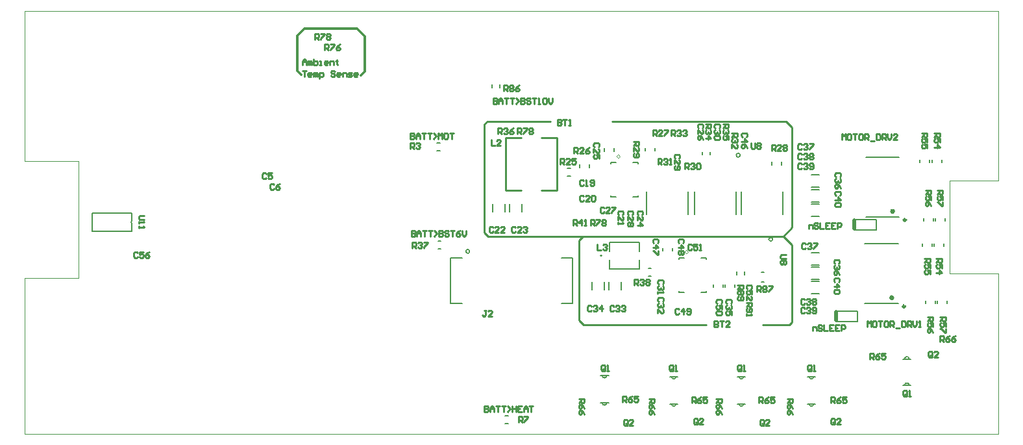
<source format=gto>
G04*
G04 #@! TF.GenerationSoftware,Altium Limited,Altium Designer,19.1.5 (86)*
G04*
G04 Layer_Color=65535*
%FSLAX44Y44*%
%MOMM*%
G71*
G01*
G75*
%ADD10C,0.2000*%
%ADD11C,0.1524*%
%ADD12C,0.0000*%
%ADD13C,0.1270*%
%ADD14C,0.3000*%
%ADD15C,0.2540*%
%ADD16C,0.5000*%
%ADD17C,0.1000*%
D10*
X1139150Y475590D02*
G03*
X1139150Y475590I-2500J0D01*
G01*
X698540Y515035D02*
G03*
X698540Y511785I0J-1625D01*
G01*
X1534270Y491400D02*
G03*
X1534270Y491400I-2500J0D01*
G01*
X1491870Y600860D02*
G03*
X1491870Y600860I-2500J0D01*
G01*
X1258570Y467335D02*
X1273175D01*
Y407645D02*
Y467335D01*
X1258570Y407645D02*
X1273175D01*
X1114425Y467335D02*
X1129030D01*
X1114425Y407645D02*
Y467335D01*
Y407645D02*
X1129030D01*
X1390750Y476130D02*
Y480130D01*
X1403250Y476130D02*
Y480130D01*
X698540Y515035D02*
Y525060D01*
Y501760D02*
Y511785D01*
X646540Y501760D02*
X698540D01*
X646540D02*
Y525060D01*
X698540D01*
X1584800Y420400D02*
X1594800D01*
X1584800Y436400D02*
X1594800D01*
X1584800Y439450D02*
X1594800D01*
X1584800Y455450D02*
X1594800D01*
X1584800Y458090D02*
X1594800D01*
X1584800Y474090D02*
X1594800D01*
X1733650Y407550D02*
Y411550D01*
X1746150Y407550D02*
Y411550D01*
X1748890Y407550D02*
Y411550D01*
X1761390Y407550D02*
Y411550D01*
X1757580Y481870D02*
Y485870D01*
X1745080Y481870D02*
Y485870D01*
X1742340Y481870D02*
Y485870D01*
X1729840Y481870D02*
Y485870D01*
X1616710Y397910D02*
X1645200D01*
Y384410D02*
Y397910D01*
X1616710Y384410D02*
X1645200D01*
X1584800Y521150D02*
X1594800D01*
X1584800Y537150D02*
X1594800D01*
X1584800Y540200D02*
X1594800D01*
X1584800Y556200D02*
X1594800D01*
X1584800Y559250D02*
X1594800D01*
X1584800Y575250D02*
X1594800D01*
X1746350Y514890D02*
Y518890D01*
X1758850Y514890D02*
Y518890D01*
X1731110Y514890D02*
Y518890D01*
X1743610Y514890D02*
Y518890D01*
X1738789Y591090D02*
Y595090D01*
X1726289Y591090D02*
Y595090D01*
X1755040Y591090D02*
Y595090D01*
X1742540Y591090D02*
Y595090D01*
X1640840Y517290D02*
X1669330D01*
Y503790D02*
Y517290D01*
X1640840Y503790D02*
X1669330D01*
X1519460Y448210D02*
X1523460D01*
X1519460Y435710D02*
X1523460D01*
X1185450Y261540D02*
X1189450D01*
X1185450Y251540D02*
X1189450D01*
X1096550Y617140D02*
X1100550D01*
X1096550Y607140D02*
X1100550D01*
X1545490Y587940D02*
Y591940D01*
X1532990Y587940D02*
Y591940D01*
X1469290Y428530D02*
Y432530D01*
X1456790Y428530D02*
Y432530D01*
X1497250Y445040D02*
Y449040D01*
X1487250Y445040D02*
Y449040D01*
X1097820Y488870D02*
X1101820D01*
X1097820Y478870D02*
X1101820D01*
X1372140Y443310D02*
X1376140D01*
X1372140Y453310D02*
X1376140D01*
X1327050Y605720D02*
Y609720D01*
X1314550Y605720D02*
Y609720D01*
X1472030Y428530D02*
Y432530D01*
X1484530Y428530D02*
Y432530D01*
X1380390Y606330D02*
Y610330D01*
X1367890Y606330D02*
Y610330D01*
X1206880Y527130D02*
Y537130D01*
X1190880Y527130D02*
Y537130D01*
X1185290Y527130D02*
Y537130D01*
X1169290Y527130D02*
Y537130D01*
X1452800Y601250D02*
Y605250D01*
X1442800Y601250D02*
Y605250D01*
X1266730Y584120D02*
X1270730D01*
X1266730Y574120D02*
X1270730D01*
X1168480Y688880D02*
Y692880D01*
X1178480Y688880D02*
Y692880D01*
X1295300Y584740D02*
Y588740D01*
X1282800Y584740D02*
Y588740D01*
X1336420Y425290D02*
Y435290D01*
X1320420Y425290D02*
Y435290D01*
X1314830Y425290D02*
Y435290D01*
X1298830Y425290D02*
Y435290D01*
D11*
X1311148Y469900D02*
G03*
X1311148Y469900I-762J0D01*
G01*
X1490472Y276860D02*
G03*
X1496568Y276860I3048J0D01*
G01*
X1311982Y278130D02*
G03*
X1318078Y278130I3048J0D01*
G01*
X1712468Y335280D02*
G03*
X1706372Y335280I-3048J0D01*
G01*
X1402262Y276860D02*
G03*
X1408358Y276860I3048J0D01*
G01*
X1581912D02*
G03*
X1588008Y276860I3048J0D01*
G01*
X1490472Y312420D02*
G03*
X1496568Y312420I3048J0D01*
G01*
X1311982Y313690D02*
G03*
X1318078Y313690I3048J0D01*
G01*
X1581912Y312420D02*
G03*
X1588008Y312420I3048J0D01*
G01*
X1712468Y300990D02*
G03*
X1706372Y300990I-3048J0D01*
G01*
X1402262Y312420D02*
G03*
X1408358Y312420I3048J0D01*
G01*
X1360424Y475728D02*
Y487172D01*
X1321816Y452628D02*
X1360424D01*
Y464072D01*
X1321816Y487172D02*
X1360424D01*
X1321816Y475728D02*
Y487172D01*
Y452628D02*
Y464072D01*
X1488186Y276860D02*
X1490472D01*
X1496568D01*
X1498854D01*
X1309696Y278130D02*
X1311982D01*
X1318078D01*
X1320364D01*
X1712468Y335280D02*
X1714754D01*
X1706372D02*
X1712468D01*
X1704086D02*
X1706372D01*
X1399976Y276860D02*
X1402262D01*
X1408358D01*
X1410644D01*
X1579626D02*
X1581912D01*
X1588008D01*
X1590294D01*
X1488186Y312420D02*
X1490472D01*
X1496568D01*
X1498854D01*
X1309696Y313690D02*
X1311982D01*
X1318078D01*
X1320364D01*
X1579626Y312420D02*
X1581912D01*
X1588008D01*
X1590294D01*
X1712468Y300990D02*
X1714754D01*
X1706372D02*
X1712468D01*
X1704086D02*
X1706372D01*
X1399976Y312420D02*
X1402262D01*
X1408358D01*
X1410644D01*
D12*
X1335270Y599060D02*
G03*
X1335270Y599060I-2000J0D01*
G01*
X1424170Y474600D02*
G03*
X1424170Y474600I-2000J0D01*
G01*
D13*
X1691156Y415140D02*
G03*
X1691156Y415140I-1556J0D01*
G01*
X1690700D02*
G03*
X1690700Y415140I-1100J0D01*
G01*
X1691800D02*
G03*
X1691800Y415140I-1100J0D01*
G01*
D02*
G03*
X1691800Y415140I-1100J0D01*
G01*
X1692060D02*
G03*
X1692060Y415140I-2460J0D01*
G01*
X1692316Y527730D02*
G03*
X1692316Y527730I-1556J0D01*
G01*
X1691860D02*
G03*
X1691860Y527730I-1100J0D01*
G01*
X1692960D02*
G03*
X1692960Y527730I-1100J0D01*
G01*
D02*
G03*
X1692960Y527730I-1100J0D01*
G01*
X1693220D02*
G03*
X1693220Y527730I-2460J0D01*
G01*
X1323620Y591460D02*
X1330120D01*
X1323620Y589460D02*
Y591460D01*
X1352120D02*
X1358620D01*
Y589460D02*
Y591460D01*
X1352120Y546460D02*
X1358620D01*
Y547960D01*
X1323620Y546460D02*
X1330120D01*
X1323620D02*
Y548460D01*
X1412520Y467000D02*
X1419020D01*
X1412520Y465000D02*
Y467000D01*
X1441020D02*
X1447520D01*
Y465000D02*
Y467000D01*
X1441020Y422000D02*
X1447520D01*
Y423500D01*
X1412520Y422000D02*
X1419020D01*
X1412520D02*
Y424000D01*
X1654400Y408040D02*
X1698400D01*
X1654400Y486040D02*
X1698400D01*
X1655560Y520630D02*
X1699560D01*
X1655560Y598630D02*
X1699560D01*
X1547190Y523680D02*
Y553280D01*
X1493190Y523680D02*
Y553280D01*
X1486230Y523680D02*
Y553280D01*
X1432230Y523680D02*
Y553280D01*
X1424000Y523680D02*
Y553280D01*
X1370000Y523680D02*
Y553280D01*
D14*
X1707110Y403860D02*
G03*
X1707110Y403860I-1500J0D01*
G01*
X1708270Y516450D02*
G03*
X1708270Y516450I-1500J0D01*
G01*
X914400Y756920D02*
X923290Y765810D01*
X991870D01*
X1002030Y755650D01*
Y712470D02*
Y755650D01*
X996950Y704850D02*
X1002030Y709930D01*
Y711200D01*
Y712470D01*
X914400Y711200D02*
X919480Y706120D01*
X914400Y711200D02*
Y724535D01*
Y756920D01*
D15*
X1551940Y379730D02*
X1555750D01*
X1286510Y495300D02*
X1548130D01*
X1281430Y490220D02*
X1286510Y495300D01*
X1521460Y379730D02*
X1551940D01*
X1555750D02*
X1559560Y383540D01*
Y483870D01*
X1548130Y495300D02*
X1559560Y483870D01*
X1281430Y386080D02*
Y490220D01*
Y386080D02*
X1287780Y379730D01*
X1447800D01*
X1559560Y506730D02*
Y637540D01*
X1548130Y495300D02*
X1559560Y506730D01*
X1163320Y495300D02*
X1548130D01*
X1158240Y500380D02*
Y641350D01*
Y500380D02*
X1163320Y495300D01*
X1162050Y645160D02*
X1244600D01*
X1158240Y641350D02*
X1162050Y645160D01*
X1551940D02*
X1559560Y637540D01*
X1324610Y645160D02*
X1551940D01*
X1252601Y554863D02*
Y623697D01*
X1232281Y554863D02*
X1252601D01*
X1185799D02*
X1206119D01*
X1232281Y623697D02*
X1252601D01*
X1185799Y554863D02*
Y623697D01*
X1206119D01*
X920750Y718632D02*
Y723631D01*
X923249Y726130D01*
X925748Y723631D01*
Y718632D01*
Y722381D01*
X920750D01*
X928248Y718632D02*
Y723631D01*
X929497D01*
X930747Y722381D01*
Y718632D01*
Y722381D01*
X931996Y723631D01*
X933246Y722381D01*
Y718632D01*
X935745Y726130D02*
Y718632D01*
X939494D01*
X940744Y719882D01*
Y721132D01*
Y722381D01*
X939494Y723631D01*
X935745D01*
X943243Y718632D02*
X945742D01*
X944492D01*
Y723631D01*
X943243D01*
X953240Y718632D02*
X950740D01*
X949491Y719882D01*
Y722381D01*
X950740Y723631D01*
X953240D01*
X954489Y722381D01*
Y721132D01*
X949491D01*
X956988Y718632D02*
Y723631D01*
X960737D01*
X961987Y722381D01*
Y718632D01*
X965736Y724880D02*
Y723631D01*
X964486D01*
X966985D01*
X965736D01*
Y719882D01*
X966985Y718632D01*
X920750Y711037D02*
X925748D01*
X923249D01*
Y703539D01*
X931996D02*
X929497D01*
X928248Y704789D01*
Y707288D01*
X929497Y708538D01*
X931996D01*
X933246Y707288D01*
Y706038D01*
X928248D01*
X935745Y703539D02*
Y708538D01*
X936995D01*
X938244Y707288D01*
Y703539D01*
Y707288D01*
X939494Y708538D01*
X940744Y707288D01*
Y703539D01*
X943243Y701040D02*
Y708538D01*
X946992D01*
X948241Y707288D01*
Y704789D01*
X946992Y703539D01*
X943243D01*
X963236Y709787D02*
X961987Y711037D01*
X959488D01*
X958238Y709787D01*
Y708538D01*
X959488Y707288D01*
X961987D01*
X963236Y706038D01*
Y704789D01*
X961987Y703539D01*
X959488D01*
X958238Y704789D01*
X969484Y703539D02*
X966985D01*
X965736Y704789D01*
Y707288D01*
X966985Y708538D01*
X969484D01*
X970734Y707288D01*
Y706038D01*
X965736D01*
X973233Y703539D02*
Y708538D01*
X976982D01*
X978232Y707288D01*
Y703539D01*
X980731D02*
X984480D01*
X985729Y704789D01*
X984480Y706038D01*
X981980D01*
X980731Y707288D01*
X981980Y708538D01*
X985729D01*
X991977Y703539D02*
X989478D01*
X988228Y704789D01*
Y707288D01*
X989478Y708538D01*
X991977D01*
X993227Y707288D01*
Y706038D01*
X988228D01*
X1752600Y358140D02*
Y365638D01*
X1756349D01*
X1757598Y364388D01*
Y361889D01*
X1756349Y360639D01*
X1752600D01*
X1755099D02*
X1757598Y358140D01*
X1765096Y365638D02*
X1762597Y364388D01*
X1760098Y361889D01*
Y359390D01*
X1761347Y358140D01*
X1763846D01*
X1765096Y359390D01*
Y360639D01*
X1763846Y361889D01*
X1760098D01*
X1772594Y365638D02*
X1770094Y364388D01*
X1767595Y361889D01*
Y359390D01*
X1768845Y358140D01*
X1771344D01*
X1772594Y359390D01*
Y360639D01*
X1771344Y361889D01*
X1767595D01*
X1061720Y629798D02*
Y622300D01*
X1065469D01*
X1066718Y623550D01*
Y624799D01*
X1065469Y626049D01*
X1061720D01*
X1065469D01*
X1066718Y627298D01*
Y628548D01*
X1065469Y629798D01*
X1061720D01*
X1069218Y622300D02*
Y627298D01*
X1071717Y629798D01*
X1074216Y627298D01*
Y622300D01*
Y626049D01*
X1069218D01*
X1076715Y629798D02*
X1081714D01*
X1079214D01*
Y622300D01*
X1084213Y629798D02*
X1089211D01*
X1086712D01*
Y622300D01*
X1091710D02*
X1095459Y626049D01*
X1091710Y629798D01*
X1097958Y622300D02*
Y629798D01*
X1100458Y627298D01*
X1102957Y629798D01*
Y622300D01*
X1109205Y629798D02*
X1106706D01*
X1105456Y628548D01*
Y623550D01*
X1106706Y622300D01*
X1109205D01*
X1110454Y623550D01*
Y628548D01*
X1109205Y629798D01*
X1112954D02*
X1117952D01*
X1115453D01*
Y622300D01*
X1169670Y675518D02*
Y668020D01*
X1173419D01*
X1174668Y669270D01*
Y670519D01*
X1173419Y671769D01*
X1169670D01*
X1173419D01*
X1174668Y673018D01*
Y674268D01*
X1173419Y675518D01*
X1169670D01*
X1177168Y668020D02*
Y673018D01*
X1179667Y675518D01*
X1182166Y673018D01*
Y668020D01*
Y671769D01*
X1177168D01*
X1184665Y675518D02*
X1189664D01*
X1187164D01*
Y668020D01*
X1192163Y675518D02*
X1197161D01*
X1194662D01*
Y668020D01*
X1199660D02*
X1203409Y671769D01*
X1199660Y675518D01*
X1205908D02*
Y668020D01*
X1209657D01*
X1210907Y669270D01*
Y670519D01*
X1209657Y671769D01*
X1205908D01*
X1209657D01*
X1210907Y673018D01*
Y674268D01*
X1209657Y675518D01*
X1205908D01*
X1218404Y674268D02*
X1217155Y675518D01*
X1214656D01*
X1213406Y674268D01*
Y673018D01*
X1214656Y671769D01*
X1217155D01*
X1218404Y670519D01*
Y669270D01*
X1217155Y668020D01*
X1214656D01*
X1213406Y669270D01*
X1220904Y675518D02*
X1225902D01*
X1223403D01*
Y668020D01*
X1228401D02*
X1230900D01*
X1229651D01*
Y675518D01*
X1228401Y674268D01*
X1234649D02*
X1235899Y675518D01*
X1238398D01*
X1239648Y674268D01*
Y669270D01*
X1238398Y668020D01*
X1235899D01*
X1234649Y669270D01*
Y674268D01*
X1242147Y675518D02*
Y670519D01*
X1244646Y668020D01*
X1247145Y670519D01*
Y675518D01*
X1062990Y502798D02*
Y495300D01*
X1066739D01*
X1067988Y496550D01*
Y497799D01*
X1066739Y499049D01*
X1062990D01*
X1066739D01*
X1067988Y500298D01*
Y501548D01*
X1066739Y502798D01*
X1062990D01*
X1070488Y495300D02*
Y500298D01*
X1072987Y502798D01*
X1075486Y500298D01*
Y495300D01*
Y499049D01*
X1070488D01*
X1077985Y502798D02*
X1082984D01*
X1080484D01*
Y495300D01*
X1085483Y502798D02*
X1090481D01*
X1087982D01*
Y495300D01*
X1092980D02*
X1096729Y499049D01*
X1092980Y502798D01*
X1099228D02*
Y495300D01*
X1102977D01*
X1104227Y496550D01*
Y497799D01*
X1102977Y499049D01*
X1099228D01*
X1102977D01*
X1104227Y500298D01*
Y501548D01*
X1102977Y502798D01*
X1099228D01*
X1111724Y501548D02*
X1110475Y502798D01*
X1107976D01*
X1106726Y501548D01*
Y500298D01*
X1107976Y499049D01*
X1110475D01*
X1111724Y497799D01*
Y496550D01*
X1110475Y495300D01*
X1107976D01*
X1106726Y496550D01*
X1114224Y502798D02*
X1119222D01*
X1116723D01*
Y495300D01*
X1126720Y502798D02*
X1124220Y501548D01*
X1121721Y499049D01*
Y496550D01*
X1122971Y495300D01*
X1125470D01*
X1126720Y496550D01*
Y497799D01*
X1125470Y499049D01*
X1121721D01*
X1129219Y502798D02*
Y497799D01*
X1131718Y495300D01*
X1134217Y497799D01*
Y502798D01*
X1158240Y274198D02*
Y266700D01*
X1161989D01*
X1163238Y267950D01*
Y269199D01*
X1161989Y270449D01*
X1158240D01*
X1161989D01*
X1163238Y271698D01*
Y272948D01*
X1161989Y274198D01*
X1158240D01*
X1165738Y266700D02*
Y271698D01*
X1168237Y274198D01*
X1170736Y271698D01*
Y266700D01*
Y270449D01*
X1165738D01*
X1173235Y274198D02*
X1178234D01*
X1175734D01*
Y266700D01*
X1180733Y274198D02*
X1185731D01*
X1183232D01*
Y266700D01*
X1188230D02*
X1191979Y270449D01*
X1188230Y274198D01*
X1194478D02*
Y266700D01*
Y270449D01*
X1199477D01*
Y274198D01*
Y266700D01*
X1206974Y274198D02*
X1201976D01*
Y266700D01*
X1206974D01*
X1201976Y270449D02*
X1204475D01*
X1209474Y266700D02*
Y271698D01*
X1211973Y274198D01*
X1214472Y271698D01*
Y266700D01*
Y270449D01*
X1209474D01*
X1216971Y274198D02*
X1221970D01*
X1219470D01*
Y266700D01*
X1160698Y398658D02*
X1158199D01*
X1159449D01*
Y392410D01*
X1158199Y391160D01*
X1156950D01*
X1155700Y392410D01*
X1168196Y391160D02*
X1163198D01*
X1168196Y396158D01*
Y397408D01*
X1166946Y398658D01*
X1164447D01*
X1163198Y397408D01*
X714888Y521970D02*
X708640D01*
X707390Y520720D01*
Y518221D01*
X708640Y516972D01*
X714888D01*
X707390Y514472D02*
Y511973D01*
Y513223D01*
X714888D01*
X713638Y514472D01*
X707390Y508224D02*
Y505725D01*
Y506975D01*
X714888D01*
X713638Y508224D01*
X1305560Y485018D02*
Y477520D01*
X1310558D01*
X1313058Y483768D02*
X1314307Y485018D01*
X1316806D01*
X1318056Y483768D01*
Y482518D01*
X1316806Y481269D01*
X1315557D01*
X1316806D01*
X1318056Y480019D01*
Y478770D01*
X1316806Y477520D01*
X1314307D01*
X1313058Y478770D01*
X1273810Y509270D02*
Y516768D01*
X1277559D01*
X1278808Y515518D01*
Y513019D01*
X1277559Y511769D01*
X1273810D01*
X1276309D02*
X1278808Y509270D01*
X1285056D02*
Y516768D01*
X1281308Y513019D01*
X1286306D01*
X1288805Y509270D02*
X1291304D01*
X1290055D01*
Y516768D01*
X1288805Y515518D01*
X1551818Y471170D02*
X1545570D01*
X1544320Y469920D01*
Y467421D01*
X1545570Y466172D01*
X1551818D01*
X1550568Y463672D02*
X1551818Y462423D01*
Y459924D01*
X1550568Y458674D01*
X1549318D01*
X1548069Y459924D01*
X1546819Y458674D01*
X1545570D01*
X1544320Y459924D01*
Y462423D01*
X1545570Y463672D01*
X1546819D01*
X1548069Y462423D01*
X1549318Y463672D01*
X1550568D01*
X1548069Y462423D02*
Y459924D01*
X1499870Y408940D02*
X1507368D01*
Y405191D01*
X1506118Y403942D01*
X1503619D01*
X1502369Y405191D01*
Y408940D01*
Y406441D02*
X1499870Y403942D01*
X1501120Y401442D02*
X1499870Y400193D01*
Y397694D01*
X1501120Y396444D01*
X1506118D01*
X1507368Y397694D01*
Y400193D01*
X1506118Y401442D01*
X1504868D01*
X1503619Y400193D01*
Y396444D01*
X1499870Y393945D02*
Y391446D01*
Y392695D01*
X1507368D01*
X1506118Y393945D01*
X1488440Y431800D02*
X1495938D01*
Y428051D01*
X1494688Y426802D01*
X1492189D01*
X1490939Y428051D01*
Y431800D01*
Y429301D02*
X1488440Y426802D01*
X1494688Y424302D02*
X1495938Y423053D01*
Y420554D01*
X1494688Y419304D01*
X1493438D01*
X1492189Y420554D01*
X1490939Y419304D01*
X1489690D01*
X1488440Y420554D01*
Y423053D01*
X1489690Y424302D01*
X1490939D01*
X1492189Y423053D01*
X1493438Y424302D01*
X1494688D01*
X1492189Y423053D02*
Y420554D01*
X1489690Y416805D02*
X1488440Y415555D01*
Y413056D01*
X1489690Y411806D01*
X1494688D01*
X1495938Y413056D01*
Y415555D01*
X1494688Y416805D01*
X1493438D01*
X1492189Y415555D01*
Y411806D01*
X1513840Y422910D02*
Y430408D01*
X1517589D01*
X1518838Y429158D01*
Y426659D01*
X1517589Y425409D01*
X1513840D01*
X1516339D02*
X1518838Y422910D01*
X1521338Y429158D02*
X1522587Y430408D01*
X1525086D01*
X1526336Y429158D01*
Y427908D01*
X1525086Y426659D01*
X1526336Y425409D01*
Y424160D01*
X1525086Y422910D01*
X1522587D01*
X1521338Y424160D01*
Y425409D01*
X1522587Y426659D01*
X1521338Y427908D01*
Y429158D01*
X1522587Y426659D02*
X1525086D01*
X1528835Y430408D02*
X1533834D01*
Y429158D01*
X1528835Y424160D01*
Y422910D01*
X1506118Y426802D02*
X1507368Y428051D01*
Y430550D01*
X1506118Y431800D01*
X1501120D01*
X1499870Y430550D01*
Y428051D01*
X1501120Y426802D01*
X1507368Y419304D02*
Y424302D01*
X1503619D01*
X1504868Y421803D01*
Y420554D01*
X1503619Y419304D01*
X1501120D01*
X1499870Y420554D01*
Y423053D01*
X1501120Y424302D01*
X1499870Y411806D02*
Y416805D01*
X1504868Y411806D01*
X1506118D01*
X1507368Y413056D01*
Y415555D01*
X1506118Y416805D01*
X1428668Y483768D02*
X1427419Y485018D01*
X1424920D01*
X1423670Y483768D01*
Y478770D01*
X1424920Y477520D01*
X1427419D01*
X1428668Y478770D01*
X1436166Y485018D02*
X1431168D01*
Y481269D01*
X1433667Y482518D01*
X1434916D01*
X1436166Y481269D01*
Y478770D01*
X1434916Y477520D01*
X1432417D01*
X1431168Y478770D01*
X1438665Y477520D02*
X1441164D01*
X1439915D01*
Y485018D01*
X1438665Y483768D01*
X1466748Y407752D02*
X1467998Y409001D01*
Y411500D01*
X1466748Y412750D01*
X1461750D01*
X1460500Y411500D01*
Y409001D01*
X1461750Y407752D01*
X1467998Y400254D02*
Y405252D01*
X1464249D01*
X1465498Y402753D01*
Y401504D01*
X1464249Y400254D01*
X1461750D01*
X1460500Y401504D01*
Y404003D01*
X1461750Y405252D01*
X1466748Y397755D02*
X1467998Y396505D01*
Y394006D01*
X1466748Y392756D01*
X1461750D01*
X1460500Y394006D01*
Y396505D01*
X1461750Y397755D01*
X1466748D01*
X1412158Y399948D02*
X1410909Y401198D01*
X1408410D01*
X1407160Y399948D01*
Y394950D01*
X1408410Y393700D01*
X1410909D01*
X1412158Y394950D01*
X1418406Y393700D02*
Y401198D01*
X1414658Y397449D01*
X1419656D01*
X1422155Y394950D02*
X1423405Y393700D01*
X1425904D01*
X1427154Y394950D01*
Y399948D01*
X1425904Y401198D01*
X1423405D01*
X1422155Y399948D01*
Y398698D01*
X1423405Y397449D01*
X1427154D01*
X1417218Y486492D02*
X1418468Y487741D01*
Y490240D01*
X1417218Y491490D01*
X1412220D01*
X1410970Y490240D01*
Y487741D01*
X1412220Y486492D01*
X1410970Y480244D02*
X1418468D01*
X1414719Y483992D01*
Y478994D01*
X1417218Y476495D02*
X1418468Y475245D01*
Y472746D01*
X1417218Y471496D01*
X1415968D01*
X1414719Y472746D01*
X1413469Y471496D01*
X1412220D01*
X1410970Y472746D01*
Y475245D01*
X1412220Y476495D01*
X1413469D01*
X1414719Y475245D01*
X1415968Y476495D01*
X1417218D01*
X1414719Y475245D02*
Y472746D01*
X1384198Y486492D02*
X1385448Y487741D01*
Y490240D01*
X1384198Y491490D01*
X1379200D01*
X1377950Y490240D01*
Y487741D01*
X1379200Y486492D01*
X1377950Y480244D02*
X1385448D01*
X1381699Y483992D01*
Y478994D01*
X1385448Y476495D02*
Y471496D01*
X1384198D01*
X1379200Y476495D01*
X1377950D01*
X1457960Y384688D02*
Y377190D01*
X1461709D01*
X1462958Y378440D01*
Y379689D01*
X1461709Y380939D01*
X1457960D01*
X1461709D01*
X1462958Y382188D01*
Y383438D01*
X1461709Y384688D01*
X1457960D01*
X1465458D02*
X1470456D01*
X1467957D01*
Y377190D01*
X1477954D02*
X1472955D01*
X1477954Y382188D01*
Y383438D01*
X1476704Y384688D01*
X1474205D01*
X1472955Y383438D01*
X1661160Y335280D02*
Y342778D01*
X1664909D01*
X1666158Y341528D01*
Y339029D01*
X1664909Y337779D01*
X1661160D01*
X1663659D02*
X1666158Y335280D01*
X1673656Y342778D02*
X1671157Y341528D01*
X1668658Y339029D01*
Y336530D01*
X1669907Y335280D01*
X1672406D01*
X1673656Y336530D01*
Y337779D01*
X1672406Y339029D01*
X1668658D01*
X1681154Y342778D02*
X1676155D01*
Y339029D01*
X1678654Y340278D01*
X1679904D01*
X1681154Y339029D01*
Y336530D01*
X1679904Y335280D01*
X1677405D01*
X1676155Y336530D01*
X1709338Y288270D02*
Y293268D01*
X1708089Y294518D01*
X1705590D01*
X1704340Y293268D01*
Y288270D01*
X1705590Y287020D01*
X1708089D01*
X1706839Y289519D02*
X1709338Y287020D01*
X1708089D02*
X1709338Y288270D01*
X1711838Y287020D02*
X1714337D01*
X1713087D01*
Y294518D01*
X1711838Y293268D01*
X1742358Y339070D02*
Y344068D01*
X1741109Y345318D01*
X1738610D01*
X1737360Y344068D01*
Y339070D01*
X1738610Y337820D01*
X1741109D01*
X1739859Y340319D02*
X1742358Y337820D01*
X1741109D02*
X1742358Y339070D01*
X1749856Y337820D02*
X1744858D01*
X1749856Y342818D01*
Y344068D01*
X1748606Y345318D01*
X1746107D01*
X1744858Y344068D01*
X1183640Y684530D02*
Y692028D01*
X1187389D01*
X1188638Y690778D01*
Y688279D01*
X1187389Y687029D01*
X1183640D01*
X1186139D02*
X1188638Y684530D01*
X1191138Y690778D02*
X1192387Y692028D01*
X1194886D01*
X1196136Y690778D01*
Y689528D01*
X1194886Y688279D01*
X1196136Y687029D01*
Y685780D01*
X1194886Y684530D01*
X1192387D01*
X1191138Y685780D01*
Y687029D01*
X1192387Y688279D01*
X1191138Y689528D01*
Y690778D01*
X1192387Y688279D02*
X1194886D01*
X1203634Y692028D02*
X1201134Y690778D01*
X1198635Y688279D01*
Y685780D01*
X1199885Y684530D01*
X1202384D01*
X1203634Y685780D01*
Y687029D01*
X1202384Y688279D01*
X1198635D01*
X1351178Y523322D02*
X1352428Y524571D01*
Y527070D01*
X1351178Y528320D01*
X1346180D01*
X1344930Y527070D01*
Y524571D01*
X1346180Y523322D01*
X1344930Y515824D02*
Y520822D01*
X1349928Y515824D01*
X1351178D01*
X1352428Y517074D01*
Y519573D01*
X1351178Y520822D01*
Y513325D02*
X1352428Y512075D01*
Y509576D01*
X1351178Y508326D01*
X1349928D01*
X1348679Y509576D01*
X1347429Y508326D01*
X1346180D01*
X1344930Y509576D01*
Y512075D01*
X1346180Y513325D01*
X1347429D01*
X1348679Y512075D01*
X1349928Y513325D01*
X1351178D01*
X1348679Y512075D02*
Y509576D01*
X1506220Y617098D02*
Y610850D01*
X1507470Y609600D01*
X1509969D01*
X1511218Y610850D01*
Y617098D01*
X1513718Y615848D02*
X1514967Y617098D01*
X1517466D01*
X1518716Y615848D01*
Y614598D01*
X1517466Y613349D01*
X1518716Y612099D01*
Y610850D01*
X1517466Y609600D01*
X1514967D01*
X1513718Y610850D01*
Y612099D01*
X1514967Y613349D01*
X1513718Y614598D01*
Y615848D01*
X1514967Y613349D02*
X1517466D01*
X1624330Y621030D02*
Y628528D01*
X1626829Y626028D01*
X1629328Y628528D01*
Y621030D01*
X1635576Y628528D02*
X1633077D01*
X1631828Y627278D01*
Y622280D01*
X1633077Y621030D01*
X1635576D01*
X1636826Y622280D01*
Y627278D01*
X1635576Y628528D01*
X1639325D02*
X1644324D01*
X1641824D01*
Y621030D01*
X1650572Y628528D02*
X1648072D01*
X1646823Y627278D01*
Y622280D01*
X1648072Y621030D01*
X1650572D01*
X1651821Y622280D01*
Y627278D01*
X1650572Y628528D01*
X1654320Y621030D02*
Y628528D01*
X1658069D01*
X1659319Y627278D01*
Y624779D01*
X1658069Y623529D01*
X1654320D01*
X1656820D02*
X1659319Y621030D01*
X1661818Y619780D02*
X1666816D01*
X1669316Y628528D02*
Y621030D01*
X1673064D01*
X1674314Y622280D01*
Y627278D01*
X1673064Y628528D01*
X1669316D01*
X1676813Y621030D02*
Y628528D01*
X1680562D01*
X1681812Y627278D01*
Y624779D01*
X1680562Y623529D01*
X1676813D01*
X1679312D02*
X1681812Y621030D01*
X1684311Y628528D02*
Y623529D01*
X1686810Y621030D01*
X1689309Y623529D01*
Y628528D01*
X1696807Y621030D02*
X1691808D01*
X1696807Y626028D01*
Y627278D01*
X1695557Y628528D01*
X1693058D01*
X1691808Y627278D01*
X1657350Y377190D02*
Y384688D01*
X1659849Y382188D01*
X1662348Y384688D01*
Y377190D01*
X1668596Y384688D02*
X1666097D01*
X1664848Y383438D01*
Y378440D01*
X1666097Y377190D01*
X1668596D01*
X1669846Y378440D01*
Y383438D01*
X1668596Y384688D01*
X1672345D02*
X1677344D01*
X1674844D01*
Y377190D01*
X1683592Y384688D02*
X1681092D01*
X1679843Y383438D01*
Y378440D01*
X1681092Y377190D01*
X1683592D01*
X1684841Y378440D01*
Y383438D01*
X1683592Y384688D01*
X1687340Y377190D02*
Y384688D01*
X1691089D01*
X1692339Y383438D01*
Y380939D01*
X1691089Y379689D01*
X1687340D01*
X1689840D02*
X1692339Y377190D01*
X1694838Y375940D02*
X1699836D01*
X1702336Y384688D02*
Y377190D01*
X1706084D01*
X1707334Y378440D01*
Y383438D01*
X1706084Y384688D01*
X1702336D01*
X1709833Y377190D02*
Y384688D01*
X1713582D01*
X1714832Y383438D01*
Y380939D01*
X1713582Y379689D01*
X1709833D01*
X1712332D02*
X1714832Y377190D01*
X1717331Y384688D02*
Y379689D01*
X1719830Y377190D01*
X1722329Y379689D01*
Y384688D01*
X1724828Y377190D02*
X1727328D01*
X1726078D01*
Y384688D01*
X1724828Y383438D01*
X937260Y751840D02*
Y759338D01*
X941009D01*
X942258Y758088D01*
Y755589D01*
X941009Y754339D01*
X937260D01*
X939759D02*
X942258Y751840D01*
X944758Y759338D02*
X949756D01*
Y758088D01*
X944758Y753090D01*
Y751840D01*
X952255Y758088D02*
X953505Y759338D01*
X956004D01*
X957254Y758088D01*
Y756838D01*
X956004Y755589D01*
X957254Y754339D01*
Y753090D01*
X956004Y751840D01*
X953505D01*
X952255Y753090D01*
Y754339D01*
X953505Y755589D01*
X952255Y756838D01*
Y758088D01*
X953505Y755589D02*
X956004D01*
X1296670Y509270D02*
Y516768D01*
X1300419D01*
X1301668Y515518D01*
Y513019D01*
X1300419Y511769D01*
X1296670D01*
X1299169D02*
X1301668Y509270D01*
X1304168Y516768D02*
X1309166D01*
Y515518D01*
X1304168Y510520D01*
Y509270D01*
X1311665Y515518D02*
X1312915Y516768D01*
X1315414D01*
X1316664Y515518D01*
Y514268D01*
X1315414Y513019D01*
X1316664Y511769D01*
Y510520D01*
X1315414Y509270D01*
X1312915D01*
X1311665Y510520D01*
Y511769D01*
X1312915Y513019D01*
X1311665Y514268D01*
Y515518D01*
X1312915Y513019D02*
X1315414D01*
X1201420Y628650D02*
Y636148D01*
X1205169D01*
X1206418Y634898D01*
Y632399D01*
X1205169Y631149D01*
X1201420D01*
X1203919D02*
X1206418Y628650D01*
X1208918Y636148D02*
X1213916D01*
Y634898D01*
X1208918Y629900D01*
Y628650D01*
X1216415Y634898D02*
X1217665Y636148D01*
X1220164D01*
X1221414Y634898D01*
Y633648D01*
X1220164Y632399D01*
X1221414Y631149D01*
Y629900D01*
X1220164Y628650D01*
X1217665D01*
X1216415Y629900D01*
Y631149D01*
X1217665Y632399D01*
X1216415Y633648D01*
Y634898D01*
X1217665Y632399D02*
X1220164D01*
X949960Y737870D02*
Y745368D01*
X953709D01*
X954958Y744118D01*
Y741619D01*
X953709Y740369D01*
X949960D01*
X952459D02*
X954958Y737870D01*
X957458Y745368D02*
X962456D01*
Y744118D01*
X957458Y739120D01*
Y737870D01*
X969954Y745368D02*
X967454Y744118D01*
X964955Y741619D01*
Y739120D01*
X966205Y737870D01*
X968704D01*
X969954Y739120D01*
Y740369D01*
X968704Y741619D01*
X964955D01*
X1281430Y283210D02*
X1288928D01*
Y279461D01*
X1287678Y278212D01*
X1285179D01*
X1283929Y279461D01*
Y283210D01*
Y280711D02*
X1281430Y278212D01*
X1288928Y270714D02*
X1287678Y273213D01*
X1285179Y275712D01*
X1282680D01*
X1281430Y274463D01*
Y271964D01*
X1282680Y270714D01*
X1283929D01*
X1285179Y271964D01*
Y275712D01*
X1288928Y263216D02*
X1287678Y265716D01*
X1285179Y268215D01*
X1282680D01*
X1281430Y266965D01*
Y264466D01*
X1282680Y263216D01*
X1283929D01*
X1285179Y264466D01*
Y268215D01*
X1372870Y283210D02*
X1380368D01*
Y279461D01*
X1379118Y278212D01*
X1376619D01*
X1375369Y279461D01*
Y283210D01*
Y280711D02*
X1372870Y278212D01*
X1380368Y270714D02*
X1379118Y273213D01*
X1376619Y275712D01*
X1374120D01*
X1372870Y274463D01*
Y271964D01*
X1374120Y270714D01*
X1375369D01*
X1376619Y271964D01*
Y275712D01*
X1380368Y263216D02*
X1379118Y265716D01*
X1376619Y268215D01*
X1374120D01*
X1372870Y266965D01*
Y264466D01*
X1374120Y263216D01*
X1375369D01*
X1376619Y264466D01*
Y268215D01*
X1460500Y283210D02*
X1467998D01*
Y279461D01*
X1466748Y278212D01*
X1464249D01*
X1462999Y279461D01*
Y283210D01*
Y280711D02*
X1460500Y278212D01*
X1467998Y270714D02*
X1466748Y273213D01*
X1464249Y275712D01*
X1461750D01*
X1460500Y274463D01*
Y271964D01*
X1461750Y270714D01*
X1462999D01*
X1464249Y271964D01*
Y275712D01*
X1467998Y263216D02*
X1466748Y265716D01*
X1464249Y268215D01*
X1461750D01*
X1460500Y266965D01*
Y264466D01*
X1461750Y263216D01*
X1462999D01*
X1464249Y264466D01*
Y268215D01*
X1553210Y283210D02*
X1560708D01*
Y279461D01*
X1559458Y278212D01*
X1556959D01*
X1555709Y279461D01*
Y283210D01*
Y280711D02*
X1553210Y278212D01*
X1560708Y270714D02*
X1559458Y273213D01*
X1556959Y275712D01*
X1554460D01*
X1553210Y274463D01*
Y271964D01*
X1554460Y270714D01*
X1555709D01*
X1556959Y271964D01*
Y275712D01*
X1560708Y263216D02*
X1559458Y265716D01*
X1556959Y268215D01*
X1554460D01*
X1553210Y266965D01*
Y264466D01*
X1554460Y263216D01*
X1555709D01*
X1556959Y264466D01*
Y268215D01*
X1338580Y279400D02*
Y286898D01*
X1342329D01*
X1343578Y285648D01*
Y283149D01*
X1342329Y281899D01*
X1338580D01*
X1341079D02*
X1343578Y279400D01*
X1351076Y286898D02*
X1348577Y285648D01*
X1346078Y283149D01*
Y280650D01*
X1347327Y279400D01*
X1349826D01*
X1351076Y280650D01*
Y281899D01*
X1349826Y283149D01*
X1346078D01*
X1358574Y286898D02*
X1353575D01*
Y283149D01*
X1356074Y284398D01*
X1357324D01*
X1358574Y283149D01*
Y280650D01*
X1357324Y279400D01*
X1354825D01*
X1353575Y280650D01*
X1428750Y278130D02*
Y285628D01*
X1432499D01*
X1433748Y284378D01*
Y281879D01*
X1432499Y280629D01*
X1428750D01*
X1431249D02*
X1433748Y278130D01*
X1441246Y285628D02*
X1438747Y284378D01*
X1436248Y281879D01*
Y279380D01*
X1437497Y278130D01*
X1439996D01*
X1441246Y279380D01*
Y280629D01*
X1439996Y281879D01*
X1436248D01*
X1448744Y285628D02*
X1443745D01*
Y281879D01*
X1446244Y283128D01*
X1447494D01*
X1448744Y281879D01*
Y279380D01*
X1447494Y278130D01*
X1444995D01*
X1443745Y279380D01*
X1516380Y278130D02*
Y285628D01*
X1520129D01*
X1521378Y284378D01*
Y281879D01*
X1520129Y280629D01*
X1516380D01*
X1518879D02*
X1521378Y278130D01*
X1528876Y285628D02*
X1526377Y284378D01*
X1523878Y281879D01*
Y279380D01*
X1525127Y278130D01*
X1527626D01*
X1528876Y279380D01*
Y280629D01*
X1527626Y281879D01*
X1523878D01*
X1536374Y285628D02*
X1531375D01*
Y281879D01*
X1533874Y283128D01*
X1535124D01*
X1536374Y281879D01*
Y279380D01*
X1535124Y278130D01*
X1532625D01*
X1531375Y279380D01*
X1610360Y278130D02*
Y285628D01*
X1614109D01*
X1615358Y284378D01*
Y281879D01*
X1614109Y280629D01*
X1610360D01*
X1612859D02*
X1615358Y278130D01*
X1622856Y285628D02*
X1620357Y284378D01*
X1617858Y281879D01*
Y279380D01*
X1619107Y278130D01*
X1621606D01*
X1622856Y279380D01*
Y280629D01*
X1621606Y281879D01*
X1617858D01*
X1630354Y285628D02*
X1625355D01*
Y281879D01*
X1627854Y283128D01*
X1629104D01*
X1630354Y281879D01*
Y279380D01*
X1629104Y278130D01*
X1626605D01*
X1625355Y279380D01*
X1748790Y554990D02*
X1756288D01*
Y551241D01*
X1755038Y549992D01*
X1752539D01*
X1751289Y551241D01*
Y554990D01*
Y552491D02*
X1748790Y549992D01*
X1756288Y542494D02*
Y547492D01*
X1752539D01*
X1753788Y544993D01*
Y543744D01*
X1752539Y542494D01*
X1750040D01*
X1748790Y543744D01*
Y546243D01*
X1750040Y547492D01*
X1756288Y539995D02*
Y534996D01*
X1755038D01*
X1750040Y539995D01*
X1748790D01*
X1752600Y389890D02*
X1760098D01*
Y386141D01*
X1758848Y384892D01*
X1756349D01*
X1755099Y386141D01*
Y389890D01*
Y387391D02*
X1752600Y384892D01*
X1760098Y377394D02*
Y382392D01*
X1756349D01*
X1757598Y379893D01*
Y378644D01*
X1756349Y377394D01*
X1753850D01*
X1752600Y378644D01*
Y381143D01*
X1753850Y382392D01*
X1760098Y374895D02*
Y369896D01*
X1758848D01*
X1753850Y374895D01*
X1752600D01*
X1733550Y554990D02*
X1741048D01*
Y551241D01*
X1739798Y549992D01*
X1737299D01*
X1736049Y551241D01*
Y554990D01*
Y552491D02*
X1733550Y549992D01*
X1741048Y542494D02*
Y547492D01*
X1737299D01*
X1738548Y544993D01*
Y543744D01*
X1737299Y542494D01*
X1734800D01*
X1733550Y543744D01*
Y546243D01*
X1734800Y547492D01*
X1741048Y534996D02*
X1739798Y537496D01*
X1737299Y539995D01*
X1734800D01*
X1733550Y538745D01*
Y536246D01*
X1734800Y534996D01*
X1736049D01*
X1737299Y536246D01*
Y539995D01*
X1736090Y389890D02*
X1743588D01*
Y386141D01*
X1742338Y384892D01*
X1739839D01*
X1738589Y386141D01*
Y389890D01*
Y387391D02*
X1736090Y384892D01*
X1743588Y377394D02*
Y382392D01*
X1739839D01*
X1741088Y379893D01*
Y378644D01*
X1739839Y377394D01*
X1737340D01*
X1736090Y378644D01*
Y381143D01*
X1737340Y382392D01*
X1743588Y369896D02*
X1742338Y372396D01*
X1739839Y374895D01*
X1737340D01*
X1736090Y373645D01*
Y371146D01*
X1737340Y369896D01*
X1738589D01*
X1739839Y371146D01*
Y374895D01*
X1728470Y629920D02*
X1735968D01*
Y626171D01*
X1734718Y624922D01*
X1732219D01*
X1730969Y626171D01*
Y629920D01*
Y627421D02*
X1728470Y624922D01*
X1735968Y617424D02*
Y622422D01*
X1732219D01*
X1733468Y619923D01*
Y618674D01*
X1732219Y617424D01*
X1729720D01*
X1728470Y618674D01*
Y621173D01*
X1729720Y622422D01*
X1735968Y609926D02*
Y614925D01*
X1732219D01*
X1733468Y612426D01*
Y611176D01*
X1732219Y609926D01*
X1729720D01*
X1728470Y611176D01*
Y613675D01*
X1729720Y614925D01*
X1732280Y466090D02*
X1739778D01*
Y462341D01*
X1738528Y461092D01*
X1736029D01*
X1734779Y462341D01*
Y466090D01*
Y463591D02*
X1732280Y461092D01*
X1739778Y453594D02*
Y458592D01*
X1736029D01*
X1737278Y456093D01*
Y454844D01*
X1736029Y453594D01*
X1733530D01*
X1732280Y454844D01*
Y457343D01*
X1733530Y458592D01*
X1739778Y446096D02*
Y451095D01*
X1736029D01*
X1737278Y448596D01*
Y447346D01*
X1736029Y446096D01*
X1733530D01*
X1732280Y447346D01*
Y449845D01*
X1733530Y451095D01*
X1744980Y629920D02*
X1752478D01*
Y626171D01*
X1751228Y624922D01*
X1748729D01*
X1747479Y626171D01*
Y629920D01*
Y627421D02*
X1744980Y624922D01*
X1752478Y617424D02*
Y622422D01*
X1748729D01*
X1749978Y619923D01*
Y618674D01*
X1748729Y617424D01*
X1746230D01*
X1744980Y618674D01*
Y621173D01*
X1746230Y622422D01*
X1744980Y611176D02*
X1752478D01*
X1748729Y614925D01*
Y609926D01*
X1747520Y466090D02*
X1755018D01*
Y462341D01*
X1753768Y461092D01*
X1751269D01*
X1750019Y462341D01*
Y466090D01*
Y463591D02*
X1747520Y461092D01*
X1755018Y453594D02*
Y458592D01*
X1751269D01*
X1752518Y456093D01*
Y454844D01*
X1751269Y453594D01*
X1748770D01*
X1747520Y454844D01*
Y457343D01*
X1748770Y458592D01*
X1747520Y447346D02*
X1755018D01*
X1751269Y451095D01*
Y446096D01*
X1353820Y431800D02*
Y439298D01*
X1357569D01*
X1358818Y438048D01*
Y435549D01*
X1357569Y434299D01*
X1353820D01*
X1356319D02*
X1358818Y431800D01*
X1361318Y438048D02*
X1362567Y439298D01*
X1365066D01*
X1366316Y438048D01*
Y436798D01*
X1365066Y435549D01*
X1363817D01*
X1365066D01*
X1366316Y434299D01*
Y433050D01*
X1365066Y431800D01*
X1362567D01*
X1361318Y433050D01*
X1368815Y438048D02*
X1370065Y439298D01*
X1372564D01*
X1373814Y438048D01*
Y436798D01*
X1372564Y435549D01*
X1373814Y434299D01*
Y433050D01*
X1372564Y431800D01*
X1370065D01*
X1368815Y433050D01*
Y434299D01*
X1370065Y435549D01*
X1368815Y436798D01*
Y438048D01*
X1370065Y435549D02*
X1372564D01*
X1064260Y480060D02*
Y487558D01*
X1068009D01*
X1069258Y486308D01*
Y483809D01*
X1068009Y482559D01*
X1064260D01*
X1066759D02*
X1069258Y480060D01*
X1071758Y486308D02*
X1073007Y487558D01*
X1075506D01*
X1076756Y486308D01*
Y485058D01*
X1075506Y483809D01*
X1074257D01*
X1075506D01*
X1076756Y482559D01*
Y481310D01*
X1075506Y480060D01*
X1073007D01*
X1071758Y481310D01*
X1079255Y487558D02*
X1084254D01*
Y486308D01*
X1079255Y481310D01*
Y480060D01*
X1176020Y628650D02*
Y636148D01*
X1179769D01*
X1181018Y634898D01*
Y632399D01*
X1179769Y631149D01*
X1176020D01*
X1178519D02*
X1181018Y628650D01*
X1183518Y634898D02*
X1184767Y636148D01*
X1187266D01*
X1188516Y634898D01*
Y633648D01*
X1187266Y632399D01*
X1186017D01*
X1187266D01*
X1188516Y631149D01*
Y629900D01*
X1187266Y628650D01*
X1184767D01*
X1183518Y629900D01*
X1196014Y636148D02*
X1193514Y634898D01*
X1191015Y632399D01*
Y629900D01*
X1192265Y628650D01*
X1194764D01*
X1196014Y629900D01*
Y631149D01*
X1194764Y632399D01*
X1191015D01*
X1469390Y641350D02*
X1476888D01*
Y637601D01*
X1475638Y636352D01*
X1473139D01*
X1471889Y637601D01*
Y641350D01*
Y638851D02*
X1469390Y636352D01*
X1475638Y633852D02*
X1476888Y632603D01*
Y630104D01*
X1475638Y628854D01*
X1474388D01*
X1473139Y630104D01*
Y631353D01*
Y630104D01*
X1471889Y628854D01*
X1470640D01*
X1469390Y630104D01*
Y632603D01*
X1470640Y633852D01*
X1476888Y621356D02*
Y626355D01*
X1473139D01*
X1474388Y623856D01*
Y622606D01*
X1473139Y621356D01*
X1470640D01*
X1469390Y622606D01*
Y625105D01*
X1470640Y626355D01*
X1446530Y641350D02*
X1454028D01*
Y637601D01*
X1452778Y636352D01*
X1450279D01*
X1449029Y637601D01*
Y641350D01*
Y638851D02*
X1446530Y636352D01*
X1452778Y633852D02*
X1454028Y632603D01*
Y630104D01*
X1452778Y628854D01*
X1451528D01*
X1450279Y630104D01*
Y631353D01*
Y630104D01*
X1449029Y628854D01*
X1447780D01*
X1446530Y630104D01*
Y632603D01*
X1447780Y633852D01*
X1446530Y622606D02*
X1454028D01*
X1450279Y626355D01*
Y621356D01*
X1402080Y626110D02*
Y633608D01*
X1405829D01*
X1407078Y632358D01*
Y629859D01*
X1405829Y628609D01*
X1402080D01*
X1404579D02*
X1407078Y626110D01*
X1409578Y632358D02*
X1410827Y633608D01*
X1413326D01*
X1414576Y632358D01*
Y631108D01*
X1413326Y629859D01*
X1412077D01*
X1413326D01*
X1414576Y628609D01*
Y627360D01*
X1413326Y626110D01*
X1410827D01*
X1409578Y627360D01*
X1417075Y632358D02*
X1418325Y633608D01*
X1420824D01*
X1422074Y632358D01*
Y631108D01*
X1420824Y629859D01*
X1419574D01*
X1420824D01*
X1422074Y628609D01*
Y627360D01*
X1420824Y626110D01*
X1418325D01*
X1417075Y627360D01*
X1480820Y629920D02*
X1488318D01*
Y626171D01*
X1487068Y624922D01*
X1484569D01*
X1483319Y626171D01*
Y629920D01*
Y627421D02*
X1480820Y624922D01*
X1487068Y622422D02*
X1488318Y621173D01*
Y618674D01*
X1487068Y617424D01*
X1485818D01*
X1484569Y618674D01*
Y619923D01*
Y618674D01*
X1483319Y617424D01*
X1482070D01*
X1480820Y618674D01*
Y621173D01*
X1482070Y622422D01*
X1480820Y609926D02*
Y614925D01*
X1485818Y609926D01*
X1487068D01*
X1488318Y611176D01*
Y613675D01*
X1487068Y614925D01*
X1384617Y588930D02*
Y596428D01*
X1388365D01*
X1389615Y595178D01*
Y592679D01*
X1388365Y591429D01*
X1384617D01*
X1387116D02*
X1389615Y588930D01*
X1392114Y595178D02*
X1393364Y596428D01*
X1395863D01*
X1397112Y595178D01*
Y593928D01*
X1395863Y592679D01*
X1394613D01*
X1395863D01*
X1397112Y591429D01*
Y590180D01*
X1395863Y588930D01*
X1393364D01*
X1392114Y590180D01*
X1399612Y588930D02*
X1402111D01*
X1400861D01*
Y596428D01*
X1399612Y595178D01*
X1419860Y582930D02*
Y590428D01*
X1423609D01*
X1424858Y589178D01*
Y586679D01*
X1423609Y585429D01*
X1419860D01*
X1422359D02*
X1424858Y582930D01*
X1427358Y589178D02*
X1428607Y590428D01*
X1431106D01*
X1432356Y589178D01*
Y587928D01*
X1431106Y586679D01*
X1429857D01*
X1431106D01*
X1432356Y585429D01*
Y584180D01*
X1431106Y582930D01*
X1428607D01*
X1427358Y584180D01*
X1434855Y589178D02*
X1436105Y590428D01*
X1438604D01*
X1439854Y589178D01*
Y584180D01*
X1438604Y582930D01*
X1436105D01*
X1434855Y584180D01*
Y589178D01*
X1352550Y618490D02*
X1360048D01*
Y614741D01*
X1358798Y613492D01*
X1356299D01*
X1355049Y614741D01*
Y618490D01*
Y615991D02*
X1352550Y613492D01*
Y605994D02*
Y610992D01*
X1357548Y605994D01*
X1358798D01*
X1360048Y607244D01*
Y609743D01*
X1358798Y610992D01*
X1353800Y603495D02*
X1352550Y602245D01*
Y599746D01*
X1353800Y598496D01*
X1358798D01*
X1360048Y599746D01*
Y602245D01*
X1358798Y603495D01*
X1357548D01*
X1356299Y602245D01*
Y598496D01*
X1532890Y607060D02*
Y614558D01*
X1536639D01*
X1537888Y613308D01*
Y610809D01*
X1536639Y609559D01*
X1532890D01*
X1535389D02*
X1537888Y607060D01*
X1545386D02*
X1540388D01*
X1545386Y612058D01*
Y613308D01*
X1544136Y614558D01*
X1541637D01*
X1540388Y613308D01*
X1547885D02*
X1549135Y614558D01*
X1551634D01*
X1552884Y613308D01*
Y612058D01*
X1551634Y610809D01*
X1552884Y609559D01*
Y608310D01*
X1551634Y607060D01*
X1549135D01*
X1547885Y608310D01*
Y609559D01*
X1549135Y610809D01*
X1547885Y612058D01*
Y613308D01*
X1549135Y610809D02*
X1551634D01*
X1377950Y626110D02*
Y633608D01*
X1381699D01*
X1382948Y632358D01*
Y629859D01*
X1381699Y628609D01*
X1377950D01*
X1380449D02*
X1382948Y626110D01*
X1390446D02*
X1385448D01*
X1390446Y631108D01*
Y632358D01*
X1389196Y633608D01*
X1386697D01*
X1385448Y632358D01*
X1392945Y633608D02*
X1397944D01*
Y632358D01*
X1392945Y627360D01*
Y626110D01*
X1275080Y603250D02*
Y610748D01*
X1278829D01*
X1280078Y609498D01*
Y606999D01*
X1278829Y605749D01*
X1275080D01*
X1277579D02*
X1280078Y603250D01*
X1287576D02*
X1282578D01*
X1287576Y608248D01*
Y609498D01*
X1286326Y610748D01*
X1283827D01*
X1282578Y609498D01*
X1295074Y610748D02*
X1292574Y609498D01*
X1290075Y606999D01*
Y604500D01*
X1291325Y603250D01*
X1293824D01*
X1295074Y604500D01*
Y605749D01*
X1293824Y606999D01*
X1290075D01*
X1257300Y589280D02*
Y596778D01*
X1261049D01*
X1262298Y595528D01*
Y593029D01*
X1261049Y591779D01*
X1257300D01*
X1259799D02*
X1262298Y589280D01*
X1269796D02*
X1264798D01*
X1269796Y594278D01*
Y595528D01*
X1268546Y596778D01*
X1266047D01*
X1264798Y595528D01*
X1277294Y596778D02*
X1272295D01*
Y593029D01*
X1274794Y594278D01*
X1276044D01*
X1277294Y593029D01*
Y590530D01*
X1276044Y589280D01*
X1273545D01*
X1272295Y590530D01*
X1202690Y252730D02*
Y260228D01*
X1206439D01*
X1207688Y258978D01*
Y256479D01*
X1206439Y255229D01*
X1202690D01*
X1205189D02*
X1207688Y252730D01*
X1210188Y260228D02*
X1215186D01*
Y258978D01*
X1210188Y253980D01*
Y252730D01*
X1061720Y609600D02*
Y617098D01*
X1065469D01*
X1066718Y615848D01*
Y613349D01*
X1065469Y612099D01*
X1061720D01*
X1064219D02*
X1066718Y609600D01*
X1069218Y615848D02*
X1070467Y617098D01*
X1072966D01*
X1074216Y615848D01*
Y614598D01*
X1072966Y613349D01*
X1071717D01*
X1072966D01*
X1074216Y612099D01*
Y610850D01*
X1072966Y609600D01*
X1070467D01*
X1069218Y610850D01*
X1344848Y250190D02*
Y255188D01*
X1343599Y256438D01*
X1341100D01*
X1339850Y255188D01*
Y250190D01*
X1341100Y248940D01*
X1343599D01*
X1342349Y251440D02*
X1344848Y248940D01*
X1343599D02*
X1344848Y250190D01*
X1352346Y248940D02*
X1347348D01*
X1352346Y253939D01*
Y255188D01*
X1351096Y256438D01*
X1348597D01*
X1347348Y255188D01*
X1436288Y251440D02*
Y256438D01*
X1435039Y257688D01*
X1432540D01*
X1431290Y256438D01*
Y251440D01*
X1432540Y250190D01*
X1435039D01*
X1433789Y252689D02*
X1436288Y250190D01*
X1435039D02*
X1436288Y251440D01*
X1443786Y250190D02*
X1438788D01*
X1443786Y255188D01*
Y256438D01*
X1442536Y257688D01*
X1440037D01*
X1438788Y256438D01*
X1522648Y250190D02*
Y255188D01*
X1521399Y256438D01*
X1518900D01*
X1517650Y255188D01*
Y250190D01*
X1518900Y248940D01*
X1521399D01*
X1520149Y251440D02*
X1522648Y248940D01*
X1521399D02*
X1522648Y250190D01*
X1530146Y248940D02*
X1525148D01*
X1530146Y253939D01*
Y255188D01*
X1528896Y256438D01*
X1526397D01*
X1525148Y255188D01*
X1615358Y251440D02*
Y256438D01*
X1614109Y257688D01*
X1611610D01*
X1610360Y256438D01*
Y251440D01*
X1611610Y250190D01*
X1614109D01*
X1612859Y252689D02*
X1615358Y250190D01*
X1614109D02*
X1615358Y251440D01*
X1622856Y250190D02*
X1617858D01*
X1622856Y255188D01*
Y256438D01*
X1621606Y257688D01*
X1619107D01*
X1617858Y256438D01*
X1315638Y321290D02*
Y326288D01*
X1314389Y327538D01*
X1311890D01*
X1310640Y326288D01*
Y321290D01*
X1311890Y320040D01*
X1314389D01*
X1313139Y322539D02*
X1315638Y320040D01*
X1314389D02*
X1315638Y321290D01*
X1318138Y320040D02*
X1320637D01*
X1319387D01*
Y327538D01*
X1318138Y326288D01*
X1404538Y321290D02*
Y326288D01*
X1403289Y327538D01*
X1400790D01*
X1399540Y326288D01*
Y321290D01*
X1400790Y320040D01*
X1403289D01*
X1402039Y322539D02*
X1404538Y320040D01*
X1403289D02*
X1404538Y321290D01*
X1407038Y320040D02*
X1409537D01*
X1408287D01*
Y327538D01*
X1407038Y326288D01*
X1493438Y321290D02*
Y326288D01*
X1492189Y327538D01*
X1489690D01*
X1488440Y326288D01*
Y321290D01*
X1489690Y320040D01*
X1492189D01*
X1490939Y322539D02*
X1493438Y320040D01*
X1492189D02*
X1493438Y321290D01*
X1495938Y320040D02*
X1498437D01*
X1497187D01*
Y327538D01*
X1495938Y326288D01*
X1584878Y321290D02*
Y326288D01*
X1583629Y327538D01*
X1581130D01*
X1579880Y326288D01*
Y321290D01*
X1581130Y320040D01*
X1583629D01*
X1582379Y322539D02*
X1584878Y320040D01*
X1583629D02*
X1584878Y321290D01*
X1587378Y320040D02*
X1589877D01*
X1588627D01*
Y327538D01*
X1587378Y326288D01*
X1167130Y620908D02*
Y613410D01*
X1172128D01*
X1179626D02*
X1174628D01*
X1179626Y618408D01*
Y619658D01*
X1178376Y620908D01*
X1175877D01*
X1174628Y619658D01*
X1581150Y505460D02*
Y510458D01*
X1584899D01*
X1586148Y509209D01*
Y505460D01*
X1593646Y511708D02*
X1592396Y512958D01*
X1589897D01*
X1588648Y511708D01*
Y510458D01*
X1589897Y509209D01*
X1592396D01*
X1593646Y507959D01*
Y506710D01*
X1592396Y505460D01*
X1589897D01*
X1588648Y506710D01*
X1596145Y512958D02*
Y505460D01*
X1601144D01*
X1608641Y512958D02*
X1603643D01*
Y505460D01*
X1608641D01*
X1603643Y509209D02*
X1606142D01*
X1616139Y512958D02*
X1611140D01*
Y505460D01*
X1616139D01*
X1611140Y509209D02*
X1613640D01*
X1618638Y505460D02*
Y512958D01*
X1622387D01*
X1623636Y511708D01*
Y509209D01*
X1622387Y507959D01*
X1618638D01*
X1586230Y372110D02*
Y377108D01*
X1589979D01*
X1591228Y375859D01*
Y372110D01*
X1598726Y378358D02*
X1597476Y379608D01*
X1594977D01*
X1593728Y378358D01*
Y377108D01*
X1594977Y375859D01*
X1597476D01*
X1598726Y374609D01*
Y373360D01*
X1597476Y372110D01*
X1594977D01*
X1593728Y373360D01*
X1601225Y379608D02*
Y372110D01*
X1606224D01*
X1613721Y379608D02*
X1608723D01*
Y372110D01*
X1613721D01*
X1608723Y375859D02*
X1611222D01*
X1621219Y379608D02*
X1616220D01*
Y372110D01*
X1621219D01*
X1616220Y375859D02*
X1618720D01*
X1623718Y372110D02*
Y379608D01*
X1627467D01*
X1628716Y378358D01*
Y375859D01*
X1627467Y374609D01*
X1623718D01*
X706038Y473608D02*
X704789Y474858D01*
X702290D01*
X701040Y473608D01*
Y468610D01*
X702290Y467360D01*
X704789D01*
X706038Y468610D01*
X713536Y474858D02*
X708538D01*
Y471109D01*
X711037Y472358D01*
X712286D01*
X713536Y471109D01*
Y468610D01*
X712286Y467360D01*
X709787D01*
X708538Y468610D01*
X721034Y474858D02*
X718534Y473608D01*
X716035Y471109D01*
Y468610D01*
X717285Y467360D01*
X719784D01*
X721034Y468610D01*
Y469859D01*
X719784Y471109D01*
X716035D01*
X1499768Y624922D02*
X1501018Y626171D01*
Y628670D01*
X1499768Y629920D01*
X1494770D01*
X1493520Y628670D01*
Y626171D01*
X1494770Y624922D01*
X1493520Y618674D02*
X1501018D01*
X1497269Y622422D01*
Y617424D01*
X1501018Y609926D02*
X1499768Y612426D01*
X1497269Y614925D01*
X1494770D01*
X1493520Y613675D01*
Y611176D01*
X1494770Y609926D01*
X1496019D01*
X1497269Y611176D01*
Y614925D01*
X1621688Y548722D02*
X1622938Y549971D01*
Y552470D01*
X1621688Y553720D01*
X1616690D01*
X1615440Y552470D01*
Y549971D01*
X1616690Y548722D01*
X1615440Y542474D02*
X1622938D01*
X1619189Y546222D01*
Y541224D01*
X1621688Y538725D02*
X1622938Y537475D01*
Y534976D01*
X1621688Y533726D01*
X1616690D01*
X1615440Y534976D01*
Y537475D01*
X1616690Y538725D01*
X1621688D01*
X1620418Y435692D02*
X1621668Y436941D01*
Y439440D01*
X1620418Y440690D01*
X1615420D01*
X1614170Y439440D01*
Y436941D01*
X1615420Y435692D01*
X1614170Y429444D02*
X1621668D01*
X1617919Y433192D01*
Y428194D01*
X1620418Y425695D02*
X1621668Y424445D01*
Y421946D01*
X1620418Y420696D01*
X1615420D01*
X1614170Y421946D01*
Y424445D01*
X1615420Y425695D01*
X1620418D01*
X1572178Y589178D02*
X1570929Y590428D01*
X1568430D01*
X1567180Y589178D01*
Y584180D01*
X1568430Y582930D01*
X1570929D01*
X1572178Y584180D01*
X1574678Y589178D02*
X1575927Y590428D01*
X1578426D01*
X1579676Y589178D01*
Y587928D01*
X1578426Y586679D01*
X1577177D01*
X1578426D01*
X1579676Y585429D01*
Y584180D01*
X1578426Y582930D01*
X1575927D01*
X1574678Y584180D01*
X1582175D02*
X1583425Y582930D01*
X1585924D01*
X1587174Y584180D01*
Y589178D01*
X1585924Y590428D01*
X1583425D01*
X1582175Y589178D01*
Y587928D01*
X1583425Y586679D01*
X1587174D01*
X1575988Y401218D02*
X1574739Y402468D01*
X1572240D01*
X1570990Y401218D01*
Y396220D01*
X1572240Y394970D01*
X1574739D01*
X1575988Y396220D01*
X1578488Y401218D02*
X1579737Y402468D01*
X1582236D01*
X1583486Y401218D01*
Y399968D01*
X1582236Y398719D01*
X1580987D01*
X1582236D01*
X1583486Y397469D01*
Y396220D01*
X1582236Y394970D01*
X1579737D01*
X1578488Y396220D01*
X1585985D02*
X1587235Y394970D01*
X1589734D01*
X1590984Y396220D01*
Y401218D01*
X1589734Y402468D01*
X1587235D01*
X1585985Y401218D01*
Y399968D01*
X1587235Y398719D01*
X1590984D01*
X1572178Y601878D02*
X1570929Y603128D01*
X1568430D01*
X1567180Y601878D01*
Y596880D01*
X1568430Y595630D01*
X1570929D01*
X1572178Y596880D01*
X1574678Y601878D02*
X1575927Y603128D01*
X1578426D01*
X1579676Y601878D01*
Y600628D01*
X1578426Y599379D01*
X1577177D01*
X1578426D01*
X1579676Y598129D01*
Y596880D01*
X1578426Y595630D01*
X1575927D01*
X1574678Y596880D01*
X1582175Y601878D02*
X1583425Y603128D01*
X1585924D01*
X1587174Y601878D01*
Y600628D01*
X1585924Y599379D01*
X1587174Y598129D01*
Y596880D01*
X1585924Y595630D01*
X1583425D01*
X1582175Y596880D01*
Y598129D01*
X1583425Y599379D01*
X1582175Y600628D01*
Y601878D01*
X1583425Y599379D02*
X1585924D01*
X1575988Y412648D02*
X1574739Y413898D01*
X1572240D01*
X1570990Y412648D01*
Y407650D01*
X1572240Y406400D01*
X1574739D01*
X1575988Y407650D01*
X1578488Y412648D02*
X1579737Y413898D01*
X1582236D01*
X1583486Y412648D01*
Y411398D01*
X1582236Y410149D01*
X1580987D01*
X1582236D01*
X1583486Y408899D01*
Y407650D01*
X1582236Y406400D01*
X1579737D01*
X1578488Y407650D01*
X1585985Y412648D02*
X1587235Y413898D01*
X1589734D01*
X1590984Y412648D01*
Y411398D01*
X1589734Y410149D01*
X1590984Y408899D01*
Y407650D01*
X1589734Y406400D01*
X1587235D01*
X1585985Y407650D01*
Y408899D01*
X1587235Y410149D01*
X1585985Y411398D01*
Y412648D01*
X1587235Y410149D02*
X1589734D01*
X1572178Y614578D02*
X1570929Y615828D01*
X1568430D01*
X1567180Y614578D01*
Y609580D01*
X1568430Y608330D01*
X1570929D01*
X1572178Y609580D01*
X1574678Y614578D02*
X1575927Y615828D01*
X1578426D01*
X1579676Y614578D01*
Y613328D01*
X1578426Y612079D01*
X1577177D01*
X1578426D01*
X1579676Y610829D01*
Y609580D01*
X1578426Y608330D01*
X1575927D01*
X1574678Y609580D01*
X1582175Y615828D02*
X1587174D01*
Y614578D01*
X1582175Y609580D01*
Y608330D01*
X1577258Y485038D02*
X1576009Y486288D01*
X1573510D01*
X1572260Y485038D01*
Y480040D01*
X1573510Y478790D01*
X1576009D01*
X1577258Y480040D01*
X1579758Y485038D02*
X1581007Y486288D01*
X1583506D01*
X1584756Y485038D01*
Y483788D01*
X1583506Y482539D01*
X1582257D01*
X1583506D01*
X1584756Y481289D01*
Y480040D01*
X1583506Y478790D01*
X1581007D01*
X1579758Y480040D01*
X1587255Y486288D02*
X1592254D01*
Y485038D01*
X1587255Y480040D01*
Y478790D01*
X1621688Y572852D02*
X1622938Y574101D01*
Y576600D01*
X1621688Y577850D01*
X1616690D01*
X1615440Y576600D01*
Y574101D01*
X1616690Y572852D01*
X1621688Y570352D02*
X1622938Y569103D01*
Y566604D01*
X1621688Y565354D01*
X1620438D01*
X1619189Y566604D01*
Y567853D01*
Y566604D01*
X1617939Y565354D01*
X1616690D01*
X1615440Y566604D01*
Y569103D01*
X1616690Y570352D01*
X1622938Y557856D02*
X1621688Y560356D01*
X1619189Y562855D01*
X1616690D01*
X1615440Y561605D01*
Y559106D01*
X1616690Y557856D01*
X1617939D01*
X1619189Y559106D01*
Y562855D01*
X1620418Y459822D02*
X1621668Y461071D01*
Y463570D01*
X1620418Y464820D01*
X1615420D01*
X1614170Y463570D01*
Y461071D01*
X1615420Y459822D01*
X1620418Y457322D02*
X1621668Y456073D01*
Y453574D01*
X1620418Y452324D01*
X1619168D01*
X1617919Y453574D01*
Y454823D01*
Y453574D01*
X1616669Y452324D01*
X1615420D01*
X1614170Y453574D01*
Y456073D01*
X1615420Y457322D01*
X1621668Y444826D02*
X1620418Y447326D01*
X1617919Y449825D01*
X1615420D01*
X1614170Y448575D01*
Y446076D01*
X1615420Y444826D01*
X1616669D01*
X1617919Y446076D01*
Y449825D01*
X1479448Y407752D02*
X1480698Y409001D01*
Y411500D01*
X1479448Y412750D01*
X1474450D01*
X1473200Y411500D01*
Y409001D01*
X1474450Y407752D01*
X1479448Y405252D02*
X1480698Y404003D01*
Y401504D01*
X1479448Y400254D01*
X1478198D01*
X1476949Y401504D01*
Y402753D01*
Y401504D01*
X1475699Y400254D01*
X1474450D01*
X1473200Y401504D01*
Y404003D01*
X1474450Y405252D01*
X1480698Y392756D02*
Y397755D01*
X1476949D01*
X1478198Y395256D01*
Y394006D01*
X1476949Y392756D01*
X1474450D01*
X1473200Y394006D01*
Y396505D01*
X1474450Y397755D01*
X1297858Y403758D02*
X1296609Y405008D01*
X1294110D01*
X1292860Y403758D01*
Y398760D01*
X1294110Y397510D01*
X1296609D01*
X1297858Y398760D01*
X1300358Y403758D02*
X1301607Y405008D01*
X1304106D01*
X1305356Y403758D01*
Y402508D01*
X1304106Y401259D01*
X1302857D01*
X1304106D01*
X1305356Y400009D01*
Y398760D01*
X1304106Y397510D01*
X1301607D01*
X1300358Y398760D01*
X1311604Y397510D02*
Y405008D01*
X1307855Y401259D01*
X1312854D01*
X1327068Y403758D02*
X1325819Y405008D01*
X1323320D01*
X1322070Y403758D01*
Y398760D01*
X1323320Y397510D01*
X1325819D01*
X1327068Y398760D01*
X1329568Y403758D02*
X1330817Y405008D01*
X1333316D01*
X1334566Y403758D01*
Y402508D01*
X1333316Y401259D01*
X1332067D01*
X1333316D01*
X1334566Y400009D01*
Y398760D01*
X1333316Y397510D01*
X1330817D01*
X1329568Y398760D01*
X1337065Y403758D02*
X1338315Y405008D01*
X1340814D01*
X1342064Y403758D01*
Y402508D01*
X1340814Y401259D01*
X1339564D01*
X1340814D01*
X1342064Y400009D01*
Y398760D01*
X1340814Y397510D01*
X1338315D01*
X1337065Y398760D01*
X1390548Y410292D02*
X1391798Y411541D01*
Y414040D01*
X1390548Y415290D01*
X1385550D01*
X1384300Y414040D01*
Y411541D01*
X1385550Y410292D01*
X1390548Y407792D02*
X1391798Y406543D01*
Y404044D01*
X1390548Y402794D01*
X1389298D01*
X1388049Y404044D01*
Y405293D01*
Y404044D01*
X1386799Y402794D01*
X1385550D01*
X1384300Y404044D01*
Y406543D01*
X1385550Y407792D01*
X1384300Y395296D02*
Y400295D01*
X1389298Y395296D01*
X1390548D01*
X1391798Y396546D01*
Y399045D01*
X1390548Y400295D01*
Y433152D02*
X1391798Y434401D01*
Y436900D01*
X1390548Y438150D01*
X1385550D01*
X1384300Y436900D01*
Y434401D01*
X1385550Y433152D01*
X1390548Y430652D02*
X1391798Y429403D01*
Y426904D01*
X1390548Y425654D01*
X1389298D01*
X1388049Y426904D01*
Y428153D01*
Y426904D01*
X1386799Y425654D01*
X1385550D01*
X1384300Y426904D01*
Y429403D01*
X1385550Y430652D01*
X1384300Y423155D02*
Y420656D01*
Y421905D01*
X1391798D01*
X1390548Y423155D01*
X1464208Y636352D02*
X1465458Y637601D01*
Y640100D01*
X1464208Y641350D01*
X1459210D01*
X1457960Y640100D01*
Y637601D01*
X1459210Y636352D01*
X1464208Y633852D02*
X1465458Y632603D01*
Y630104D01*
X1464208Y628854D01*
X1462958D01*
X1461709Y630104D01*
Y631353D01*
Y630104D01*
X1460459Y628854D01*
X1459210D01*
X1457960Y630104D01*
Y632603D01*
X1459210Y633852D01*
X1464208Y626355D02*
X1465458Y625105D01*
Y622606D01*
X1464208Y621356D01*
X1459210D01*
X1457960Y622606D01*
Y625105D01*
X1459210Y626355D01*
X1464208D01*
X1412138Y596982D02*
X1413388Y598231D01*
Y600730D01*
X1412138Y601980D01*
X1407140D01*
X1405890Y600730D01*
Y598231D01*
X1407140Y596982D01*
X1405890Y589484D02*
Y594482D01*
X1410888Y589484D01*
X1412138D01*
X1413388Y590734D01*
Y593233D01*
X1412138Y594482D01*
X1407140Y586985D02*
X1405890Y585735D01*
Y583236D01*
X1407140Y581986D01*
X1412138D01*
X1413388Y583236D01*
Y585735D01*
X1412138Y586985D01*
X1410888D01*
X1409639Y585735D01*
Y581986D01*
X1314368Y532028D02*
X1313119Y533278D01*
X1310620D01*
X1309370Y532028D01*
Y527030D01*
X1310620Y525780D01*
X1313119D01*
X1314368Y527030D01*
X1321866Y525780D02*
X1316868D01*
X1321866Y530778D01*
Y532028D01*
X1320616Y533278D01*
X1318117D01*
X1316868Y532028D01*
X1324365Y533278D02*
X1329364D01*
Y532028D01*
X1324365Y527030D01*
Y525780D01*
X1442618Y636352D02*
X1443868Y637601D01*
Y640100D01*
X1442618Y641350D01*
X1437620D01*
X1436370Y640100D01*
Y637601D01*
X1437620Y636352D01*
X1436370Y628854D02*
Y633852D01*
X1441368Y628854D01*
X1442618D01*
X1443868Y630104D01*
Y632603D01*
X1442618Y633852D01*
X1443868Y621356D02*
X1442618Y623856D01*
X1440119Y626355D01*
X1437620D01*
X1436370Y625105D01*
Y622606D01*
X1437620Y621356D01*
X1438869D01*
X1440119Y622606D01*
Y626355D01*
X1306728Y611612D02*
X1307978Y612861D01*
Y615360D01*
X1306728Y616610D01*
X1301730D01*
X1300480Y615360D01*
Y612861D01*
X1301730Y611612D01*
X1300480Y604114D02*
Y609112D01*
X1305478Y604114D01*
X1306728D01*
X1307978Y605364D01*
Y607863D01*
X1306728Y609112D01*
X1307978Y596616D02*
Y601615D01*
X1304229D01*
X1305478Y599116D01*
Y597866D01*
X1304229Y596616D01*
X1301730D01*
X1300480Y597866D01*
Y600365D01*
X1301730Y601615D01*
X1363878Y523322D02*
X1365128Y524571D01*
Y527070D01*
X1363878Y528320D01*
X1358880D01*
X1357630Y527070D01*
Y524571D01*
X1358880Y523322D01*
X1357630Y515824D02*
Y520822D01*
X1362628Y515824D01*
X1363878D01*
X1365128Y517074D01*
Y519573D01*
X1363878Y520822D01*
X1357630Y509576D02*
X1365128D01*
X1361379Y513325D01*
Y508326D01*
X1198798Y506628D02*
X1197549Y507878D01*
X1195050D01*
X1193800Y506628D01*
Y501630D01*
X1195050Y500380D01*
X1197549D01*
X1198798Y501630D01*
X1206296Y500380D02*
X1201298D01*
X1206296Y505378D01*
Y506628D01*
X1205046Y507878D01*
X1202547D01*
X1201298Y506628D01*
X1208795D02*
X1210045Y507878D01*
X1212544D01*
X1213794Y506628D01*
Y505378D01*
X1212544Y504129D01*
X1211294D01*
X1212544D01*
X1213794Y502879D01*
Y501630D01*
X1212544Y500380D01*
X1210045D01*
X1208795Y501630D01*
X1169588Y506628D02*
X1168339Y507878D01*
X1165840D01*
X1164590Y506628D01*
Y501630D01*
X1165840Y500380D01*
X1168339D01*
X1169588Y501630D01*
X1177086Y500380D02*
X1172088D01*
X1177086Y505378D01*
Y506628D01*
X1175836Y507878D01*
X1173337D01*
X1172088Y506628D01*
X1184584Y500380D02*
X1179585D01*
X1184584Y505378D01*
Y506628D01*
X1183334Y507878D01*
X1180835D01*
X1179585Y506628D01*
X1338478Y523322D02*
X1339728Y524571D01*
Y527070D01*
X1338478Y528320D01*
X1333480D01*
X1332230Y527070D01*
Y524571D01*
X1333480Y523322D01*
X1332230Y515824D02*
Y520822D01*
X1337228Y515824D01*
X1338478D01*
X1339728Y517074D01*
Y519573D01*
X1338478Y520822D01*
X1332230Y513325D02*
Y510826D01*
Y512075D01*
X1339728D01*
X1338478Y513325D01*
X1287698Y547268D02*
X1286449Y548518D01*
X1283950D01*
X1282700Y547268D01*
Y542270D01*
X1283950Y541020D01*
X1286449D01*
X1287698Y542270D01*
X1295196Y541020D02*
X1290198D01*
X1295196Y546018D01*
Y547268D01*
X1293946Y548518D01*
X1291447D01*
X1290198Y547268D01*
X1297695D02*
X1298945Y548518D01*
X1301444D01*
X1302694Y547268D01*
Y542270D01*
X1301444Y541020D01*
X1298945D01*
X1297695Y542270D01*
Y547268D01*
X1287698Y567588D02*
X1286449Y568838D01*
X1283950D01*
X1282700Y567588D01*
Y562590D01*
X1283950Y561340D01*
X1286449D01*
X1287698Y562590D01*
X1290198Y561340D02*
X1292697D01*
X1291447D01*
Y568838D01*
X1290198Y567588D01*
X1296446Y562590D02*
X1297695Y561340D01*
X1300194D01*
X1301444Y562590D01*
Y567588D01*
X1300194Y568838D01*
X1297695D01*
X1296446Y567588D01*
Y566338D01*
X1297695Y565089D01*
X1301444D01*
X883838Y562508D02*
X882589Y563758D01*
X880090D01*
X878840Y562508D01*
Y557510D01*
X880090Y556260D01*
X882589D01*
X883838Y557510D01*
X891336Y563758D02*
X888837Y562508D01*
X886338Y560009D01*
Y557510D01*
X887587Y556260D01*
X890086D01*
X891336Y557510D01*
Y558759D01*
X890086Y560009D01*
X886338D01*
X873678Y576478D02*
X872429Y577728D01*
X869930D01*
X868680Y576478D01*
Y571480D01*
X869930Y570230D01*
X872429D01*
X873678Y571480D01*
X881176Y577728D02*
X876178D01*
Y573979D01*
X878677Y575228D01*
X879926D01*
X881176Y573979D01*
Y571480D01*
X879926Y570230D01*
X877427D01*
X876178Y571480D01*
X1253490Y647578D02*
Y640080D01*
X1257239D01*
X1258488Y641330D01*
Y642579D01*
X1257239Y643829D01*
X1253490D01*
X1257239D01*
X1258488Y645078D01*
Y646328D01*
X1257239Y647578D01*
X1253490D01*
X1260988D02*
X1265986D01*
X1263487D01*
Y640080D01*
X1268485D02*
X1270984D01*
X1269735D01*
Y647578D01*
X1268485Y646328D01*
D16*
X1616960Y385890D02*
Y396390D01*
X1641090Y505270D02*
Y515770D01*
D17*
X558800Y440690D02*
X628650D01*
X558800Y593090D02*
Y788670D01*
Y237490D02*
Y440690D01*
X628650D02*
Y593090D01*
X558800D02*
X628650D01*
X1828800Y567690D02*
Y650875D01*
Y375285D02*
Y447040D01*
X1765300D02*
X1828800D01*
X1765300D02*
Y567690D01*
X1828800D01*
Y650875D02*
Y788670D01*
Y237490D02*
Y375285D01*
X558800Y237490D02*
X1828800D01*
X558800Y788670D02*
X1828800D01*
M02*

</source>
